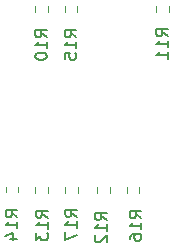
<source format=gbr>
%TF.GenerationSoftware,KiCad,Pcbnew,8.0.6*%
%TF.CreationDate,2024-11-25T15:37:35+03:30*%
%TF.ProjectId,AlarmClock,416c6172-6d43-46c6-9f63-6b2e6b696361,rev?*%
%TF.SameCoordinates,Original*%
%TF.FileFunction,Legend,Bot*%
%TF.FilePolarity,Positive*%
%FSLAX46Y46*%
G04 Gerber Fmt 4.6, Leading zero omitted, Abs format (unit mm)*
G04 Created by KiCad (PCBNEW 8.0.6) date 2024-11-25 15:37:35*
%MOMM*%
%LPD*%
G01*
G04 APERTURE LIST*
%ADD10C,0.150000*%
%ADD11C,0.120000*%
G04 APERTURE END LIST*
D10*
X110954819Y-88107142D02*
X110478628Y-87773809D01*
X110954819Y-87535714D02*
X109954819Y-87535714D01*
X109954819Y-87535714D02*
X109954819Y-87916666D01*
X109954819Y-87916666D02*
X110002438Y-88011904D01*
X110002438Y-88011904D02*
X110050057Y-88059523D01*
X110050057Y-88059523D02*
X110145295Y-88107142D01*
X110145295Y-88107142D02*
X110288152Y-88107142D01*
X110288152Y-88107142D02*
X110383390Y-88059523D01*
X110383390Y-88059523D02*
X110431009Y-88011904D01*
X110431009Y-88011904D02*
X110478628Y-87916666D01*
X110478628Y-87916666D02*
X110478628Y-87535714D01*
X110954819Y-89059523D02*
X110954819Y-88488095D01*
X110954819Y-88773809D02*
X109954819Y-88773809D01*
X109954819Y-88773809D02*
X110097676Y-88678571D01*
X110097676Y-88678571D02*
X110192914Y-88583333D01*
X110192914Y-88583333D02*
X110240533Y-88488095D01*
X109954819Y-89678571D02*
X109954819Y-89773809D01*
X109954819Y-89773809D02*
X110002438Y-89869047D01*
X110002438Y-89869047D02*
X110050057Y-89916666D01*
X110050057Y-89916666D02*
X110145295Y-89964285D01*
X110145295Y-89964285D02*
X110335771Y-90011904D01*
X110335771Y-90011904D02*
X110573866Y-90011904D01*
X110573866Y-90011904D02*
X110764342Y-89964285D01*
X110764342Y-89964285D02*
X110859580Y-89916666D01*
X110859580Y-89916666D02*
X110907200Y-89869047D01*
X110907200Y-89869047D02*
X110954819Y-89773809D01*
X110954819Y-89773809D02*
X110954819Y-89678571D01*
X110954819Y-89678571D02*
X110907200Y-89583333D01*
X110907200Y-89583333D02*
X110859580Y-89535714D01*
X110859580Y-89535714D02*
X110764342Y-89488095D01*
X110764342Y-89488095D02*
X110573866Y-89440476D01*
X110573866Y-89440476D02*
X110335771Y-89440476D01*
X110335771Y-89440476D02*
X110145295Y-89488095D01*
X110145295Y-89488095D02*
X110050057Y-89535714D01*
X110050057Y-89535714D02*
X110002438Y-89583333D01*
X110002438Y-89583333D02*
X109954819Y-89678571D01*
X118954819Y-103432142D02*
X118478628Y-103098809D01*
X118954819Y-102860714D02*
X117954819Y-102860714D01*
X117954819Y-102860714D02*
X117954819Y-103241666D01*
X117954819Y-103241666D02*
X118002438Y-103336904D01*
X118002438Y-103336904D02*
X118050057Y-103384523D01*
X118050057Y-103384523D02*
X118145295Y-103432142D01*
X118145295Y-103432142D02*
X118288152Y-103432142D01*
X118288152Y-103432142D02*
X118383390Y-103384523D01*
X118383390Y-103384523D02*
X118431009Y-103336904D01*
X118431009Y-103336904D02*
X118478628Y-103241666D01*
X118478628Y-103241666D02*
X118478628Y-102860714D01*
X118954819Y-104384523D02*
X118954819Y-103813095D01*
X118954819Y-104098809D02*
X117954819Y-104098809D01*
X117954819Y-104098809D02*
X118097676Y-104003571D01*
X118097676Y-104003571D02*
X118192914Y-103908333D01*
X118192914Y-103908333D02*
X118240533Y-103813095D01*
X117954819Y-105241666D02*
X117954819Y-105051190D01*
X117954819Y-105051190D02*
X118002438Y-104955952D01*
X118002438Y-104955952D02*
X118050057Y-104908333D01*
X118050057Y-104908333D02*
X118192914Y-104813095D01*
X118192914Y-104813095D02*
X118383390Y-104765476D01*
X118383390Y-104765476D02*
X118764342Y-104765476D01*
X118764342Y-104765476D02*
X118859580Y-104813095D01*
X118859580Y-104813095D02*
X118907200Y-104860714D01*
X118907200Y-104860714D02*
X118954819Y-104955952D01*
X118954819Y-104955952D02*
X118954819Y-105146428D01*
X118954819Y-105146428D02*
X118907200Y-105241666D01*
X118907200Y-105241666D02*
X118859580Y-105289285D01*
X118859580Y-105289285D02*
X118764342Y-105336904D01*
X118764342Y-105336904D02*
X118526247Y-105336904D01*
X118526247Y-105336904D02*
X118431009Y-105289285D01*
X118431009Y-105289285D02*
X118383390Y-105241666D01*
X118383390Y-105241666D02*
X118335771Y-105146428D01*
X118335771Y-105146428D02*
X118335771Y-104955952D01*
X118335771Y-104955952D02*
X118383390Y-104860714D01*
X118383390Y-104860714D02*
X118431009Y-104813095D01*
X118431009Y-104813095D02*
X118526247Y-104765476D01*
X111014819Y-103389642D02*
X110538628Y-103056309D01*
X111014819Y-102818214D02*
X110014819Y-102818214D01*
X110014819Y-102818214D02*
X110014819Y-103199166D01*
X110014819Y-103199166D02*
X110062438Y-103294404D01*
X110062438Y-103294404D02*
X110110057Y-103342023D01*
X110110057Y-103342023D02*
X110205295Y-103389642D01*
X110205295Y-103389642D02*
X110348152Y-103389642D01*
X110348152Y-103389642D02*
X110443390Y-103342023D01*
X110443390Y-103342023D02*
X110491009Y-103294404D01*
X110491009Y-103294404D02*
X110538628Y-103199166D01*
X110538628Y-103199166D02*
X110538628Y-102818214D01*
X111014819Y-104342023D02*
X111014819Y-103770595D01*
X111014819Y-104056309D02*
X110014819Y-104056309D01*
X110014819Y-104056309D02*
X110157676Y-103961071D01*
X110157676Y-103961071D02*
X110252914Y-103865833D01*
X110252914Y-103865833D02*
X110300533Y-103770595D01*
X110014819Y-104675357D02*
X110014819Y-105294404D01*
X110014819Y-105294404D02*
X110395771Y-104961071D01*
X110395771Y-104961071D02*
X110395771Y-105103928D01*
X110395771Y-105103928D02*
X110443390Y-105199166D01*
X110443390Y-105199166D02*
X110491009Y-105246785D01*
X110491009Y-105246785D02*
X110586247Y-105294404D01*
X110586247Y-105294404D02*
X110824342Y-105294404D01*
X110824342Y-105294404D02*
X110919580Y-105246785D01*
X110919580Y-105246785D02*
X110967200Y-105199166D01*
X110967200Y-105199166D02*
X111014819Y-105103928D01*
X111014819Y-105103928D02*
X111014819Y-104818214D01*
X111014819Y-104818214D02*
X110967200Y-104722976D01*
X110967200Y-104722976D02*
X110919580Y-104675357D01*
X113454819Y-88107142D02*
X112978628Y-87773809D01*
X113454819Y-87535714D02*
X112454819Y-87535714D01*
X112454819Y-87535714D02*
X112454819Y-87916666D01*
X112454819Y-87916666D02*
X112502438Y-88011904D01*
X112502438Y-88011904D02*
X112550057Y-88059523D01*
X112550057Y-88059523D02*
X112645295Y-88107142D01*
X112645295Y-88107142D02*
X112788152Y-88107142D01*
X112788152Y-88107142D02*
X112883390Y-88059523D01*
X112883390Y-88059523D02*
X112931009Y-88011904D01*
X112931009Y-88011904D02*
X112978628Y-87916666D01*
X112978628Y-87916666D02*
X112978628Y-87535714D01*
X113454819Y-89059523D02*
X113454819Y-88488095D01*
X113454819Y-88773809D02*
X112454819Y-88773809D01*
X112454819Y-88773809D02*
X112597676Y-88678571D01*
X112597676Y-88678571D02*
X112692914Y-88583333D01*
X112692914Y-88583333D02*
X112740533Y-88488095D01*
X112454819Y-89964285D02*
X112454819Y-89488095D01*
X112454819Y-89488095D02*
X112931009Y-89440476D01*
X112931009Y-89440476D02*
X112883390Y-89488095D01*
X112883390Y-89488095D02*
X112835771Y-89583333D01*
X112835771Y-89583333D02*
X112835771Y-89821428D01*
X112835771Y-89821428D02*
X112883390Y-89916666D01*
X112883390Y-89916666D02*
X112931009Y-89964285D01*
X112931009Y-89964285D02*
X113026247Y-90011904D01*
X113026247Y-90011904D02*
X113264342Y-90011904D01*
X113264342Y-90011904D02*
X113359580Y-89964285D01*
X113359580Y-89964285D02*
X113407200Y-89916666D01*
X113407200Y-89916666D02*
X113454819Y-89821428D01*
X113454819Y-89821428D02*
X113454819Y-89583333D01*
X113454819Y-89583333D02*
X113407200Y-89488095D01*
X113407200Y-89488095D02*
X113359580Y-89440476D01*
X116014819Y-103564642D02*
X115538628Y-103231309D01*
X116014819Y-102993214D02*
X115014819Y-102993214D01*
X115014819Y-102993214D02*
X115014819Y-103374166D01*
X115014819Y-103374166D02*
X115062438Y-103469404D01*
X115062438Y-103469404D02*
X115110057Y-103517023D01*
X115110057Y-103517023D02*
X115205295Y-103564642D01*
X115205295Y-103564642D02*
X115348152Y-103564642D01*
X115348152Y-103564642D02*
X115443390Y-103517023D01*
X115443390Y-103517023D02*
X115491009Y-103469404D01*
X115491009Y-103469404D02*
X115538628Y-103374166D01*
X115538628Y-103374166D02*
X115538628Y-102993214D01*
X116014819Y-104517023D02*
X116014819Y-103945595D01*
X116014819Y-104231309D02*
X115014819Y-104231309D01*
X115014819Y-104231309D02*
X115157676Y-104136071D01*
X115157676Y-104136071D02*
X115252914Y-104040833D01*
X115252914Y-104040833D02*
X115300533Y-103945595D01*
X115110057Y-104897976D02*
X115062438Y-104945595D01*
X115062438Y-104945595D02*
X115014819Y-105040833D01*
X115014819Y-105040833D02*
X115014819Y-105278928D01*
X115014819Y-105278928D02*
X115062438Y-105374166D01*
X115062438Y-105374166D02*
X115110057Y-105421785D01*
X115110057Y-105421785D02*
X115205295Y-105469404D01*
X115205295Y-105469404D02*
X115300533Y-105469404D01*
X115300533Y-105469404D02*
X115443390Y-105421785D01*
X115443390Y-105421785D02*
X116014819Y-104850357D01*
X116014819Y-104850357D02*
X116014819Y-105469404D01*
X121204819Y-88032142D02*
X120728628Y-87698809D01*
X121204819Y-87460714D02*
X120204819Y-87460714D01*
X120204819Y-87460714D02*
X120204819Y-87841666D01*
X120204819Y-87841666D02*
X120252438Y-87936904D01*
X120252438Y-87936904D02*
X120300057Y-87984523D01*
X120300057Y-87984523D02*
X120395295Y-88032142D01*
X120395295Y-88032142D02*
X120538152Y-88032142D01*
X120538152Y-88032142D02*
X120633390Y-87984523D01*
X120633390Y-87984523D02*
X120681009Y-87936904D01*
X120681009Y-87936904D02*
X120728628Y-87841666D01*
X120728628Y-87841666D02*
X120728628Y-87460714D01*
X121204819Y-88984523D02*
X121204819Y-88413095D01*
X121204819Y-88698809D02*
X120204819Y-88698809D01*
X120204819Y-88698809D02*
X120347676Y-88603571D01*
X120347676Y-88603571D02*
X120442914Y-88508333D01*
X120442914Y-88508333D02*
X120490533Y-88413095D01*
X121204819Y-89936904D02*
X121204819Y-89365476D01*
X121204819Y-89651190D02*
X120204819Y-89651190D01*
X120204819Y-89651190D02*
X120347676Y-89555952D01*
X120347676Y-89555952D02*
X120442914Y-89460714D01*
X120442914Y-89460714D02*
X120490533Y-89365476D01*
X113484819Y-103314642D02*
X113008628Y-102981309D01*
X113484819Y-102743214D02*
X112484819Y-102743214D01*
X112484819Y-102743214D02*
X112484819Y-103124166D01*
X112484819Y-103124166D02*
X112532438Y-103219404D01*
X112532438Y-103219404D02*
X112580057Y-103267023D01*
X112580057Y-103267023D02*
X112675295Y-103314642D01*
X112675295Y-103314642D02*
X112818152Y-103314642D01*
X112818152Y-103314642D02*
X112913390Y-103267023D01*
X112913390Y-103267023D02*
X112961009Y-103219404D01*
X112961009Y-103219404D02*
X113008628Y-103124166D01*
X113008628Y-103124166D02*
X113008628Y-102743214D01*
X113484819Y-104267023D02*
X113484819Y-103695595D01*
X113484819Y-103981309D02*
X112484819Y-103981309D01*
X112484819Y-103981309D02*
X112627676Y-103886071D01*
X112627676Y-103886071D02*
X112722914Y-103790833D01*
X112722914Y-103790833D02*
X112770533Y-103695595D01*
X112484819Y-104600357D02*
X112484819Y-105267023D01*
X112484819Y-105267023D02*
X113484819Y-104838452D01*
X108454819Y-103357142D02*
X107978628Y-103023809D01*
X108454819Y-102785714D02*
X107454819Y-102785714D01*
X107454819Y-102785714D02*
X107454819Y-103166666D01*
X107454819Y-103166666D02*
X107502438Y-103261904D01*
X107502438Y-103261904D02*
X107550057Y-103309523D01*
X107550057Y-103309523D02*
X107645295Y-103357142D01*
X107645295Y-103357142D02*
X107788152Y-103357142D01*
X107788152Y-103357142D02*
X107883390Y-103309523D01*
X107883390Y-103309523D02*
X107931009Y-103261904D01*
X107931009Y-103261904D02*
X107978628Y-103166666D01*
X107978628Y-103166666D02*
X107978628Y-102785714D01*
X108454819Y-104309523D02*
X108454819Y-103738095D01*
X108454819Y-104023809D02*
X107454819Y-104023809D01*
X107454819Y-104023809D02*
X107597676Y-103928571D01*
X107597676Y-103928571D02*
X107692914Y-103833333D01*
X107692914Y-103833333D02*
X107740533Y-103738095D01*
X107788152Y-105166666D02*
X108454819Y-105166666D01*
X107407200Y-104928571D02*
X108121485Y-104690476D01*
X108121485Y-104690476D02*
X108121485Y-105309523D01*
D11*
%TO.C,R10*%
X109977500Y-85512742D02*
X109977500Y-85987258D01*
X111022500Y-85512742D02*
X111022500Y-85987258D01*
%TO.C,R16*%
X118772500Y-100837742D02*
X118772500Y-101312258D01*
X117727500Y-100837742D02*
X117727500Y-101312258D01*
%TO.C,R13*%
X109977500Y-100837742D02*
X109977500Y-101312258D01*
X111022500Y-100837742D02*
X111022500Y-101312258D01*
%TO.C,R15*%
X112477500Y-85512742D02*
X112477500Y-85987258D01*
X113522500Y-85512742D02*
X113522500Y-85987258D01*
%TO.C,R12*%
X116272500Y-100837742D02*
X116272500Y-101312258D01*
X115227500Y-100837742D02*
X115227500Y-101312258D01*
%TO.C,R11*%
X120227500Y-85512742D02*
X120227500Y-85987258D01*
X121272500Y-85512742D02*
X121272500Y-85987258D01*
%TO.C,R17*%
X112507500Y-100837742D02*
X112507500Y-101312258D01*
X113552500Y-100837742D02*
X113552500Y-101312258D01*
%TO.C,R14*%
X107477500Y-100762742D02*
X107477500Y-101237258D01*
X108522500Y-100762742D02*
X108522500Y-101237258D01*
%TD*%
M02*

</source>
